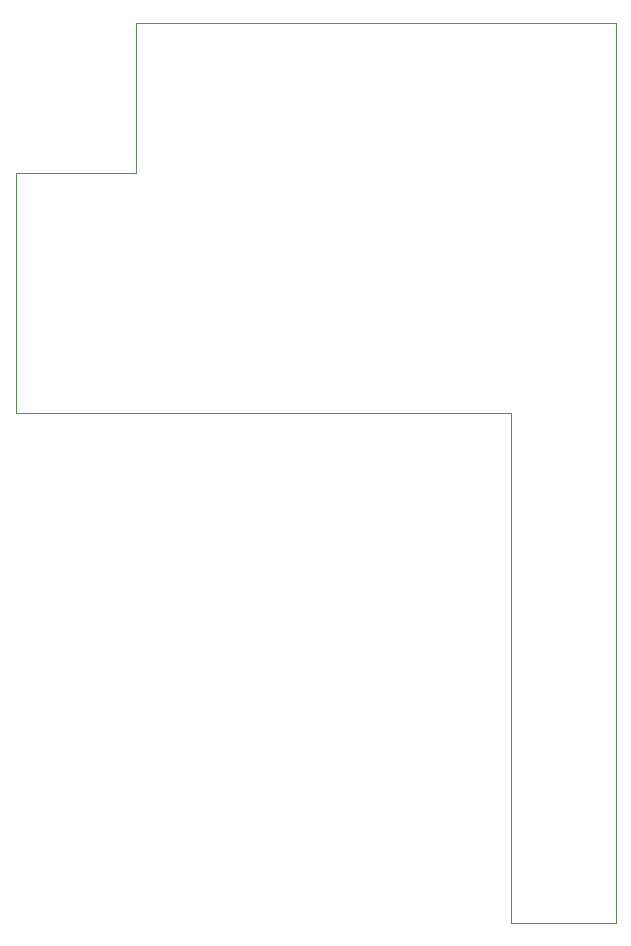
<source format=gbr>
%TF.GenerationSoftware,KiCad,Pcbnew,(6.0.4)*%
%TF.CreationDate,2022-07-09T16:45:46-05:00*%
%TF.ProjectId,BC805_nRF52_DK_shield_v002,42433830-355f-46e5-9246-35325f444b5f,rev?*%
%TF.SameCoordinates,Original*%
%TF.FileFunction,Profile,NP*%
%FSLAX46Y46*%
G04 Gerber Fmt 4.6, Leading zero omitted, Abs format (unit mm)*
G04 Created by KiCad (PCBNEW (6.0.4)) date 2022-07-09 16:45:46*
%MOMM*%
%LPD*%
G01*
G04 APERTURE LIST*
%TA.AperFunction,Profile*%
%ADD10C,0.100000*%
%TD*%
G04 APERTURE END LIST*
D10*
X162240000Y-124940000D02*
X162240000Y-81760000D01*
X120330000Y-61440000D02*
X130490000Y-61440000D01*
X120330000Y-81760000D02*
X120330000Y-61440000D01*
X130490000Y-61440000D02*
X130490000Y-48740000D01*
X171130000Y-48740000D02*
X130490000Y-48740000D01*
X162240000Y-124940000D02*
X171130000Y-124940000D01*
X171130000Y-124940000D02*
X171130000Y-48740000D01*
X162240000Y-81760000D02*
X120330000Y-81760000D01*
M02*

</source>
